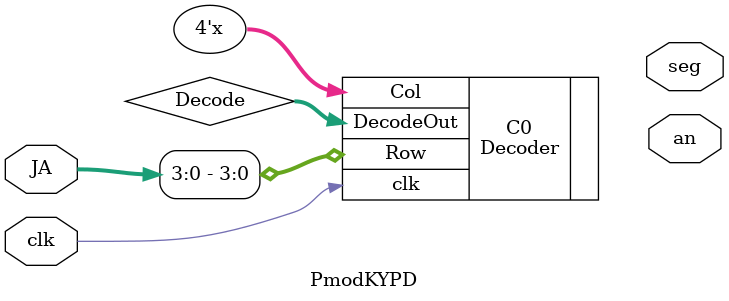
<source format=v>
`timescale 1ns / 1ps


// ==============================================================================================
// 												Define Module
// ==============================================================================================
module PmodKYPD(
    clk,
    JA,
    an,
    seg
    );
	 
	 
// ==============================================================================================
// 											Port Declarations
// ==============================================================================================
	input clk;					// 100Mhz onboard clock
	inout [7:0] JA;			// Port JA on Nexys3, JA[3:0] is Columns, JA[10:7] is rows
	output [3:0] an;			// Anodes on seven segment display
	output [6:0] seg;			// Cathodes on seven segment display

// ==============================================================================================
// 							  		Parameters, Regsiters, and Wires
// ==============================================================================================
	
	// Output wires
	wire [3:0] an;
	wire [6:0] seg;
	
	wire [3:0] Decode;

// ==============================================================================================
// 												Implementation
// ==============================================================================================

	//-----------------------------------------------
	//  						Decoder
	//-----------------------------------------------
	Decoder C0(
			.clk(clk),
			.Row(JA[3:0]),
			.Col(JB[3:0]),
			.DecodeOut(Decode)
	);

endmodule
</source>
